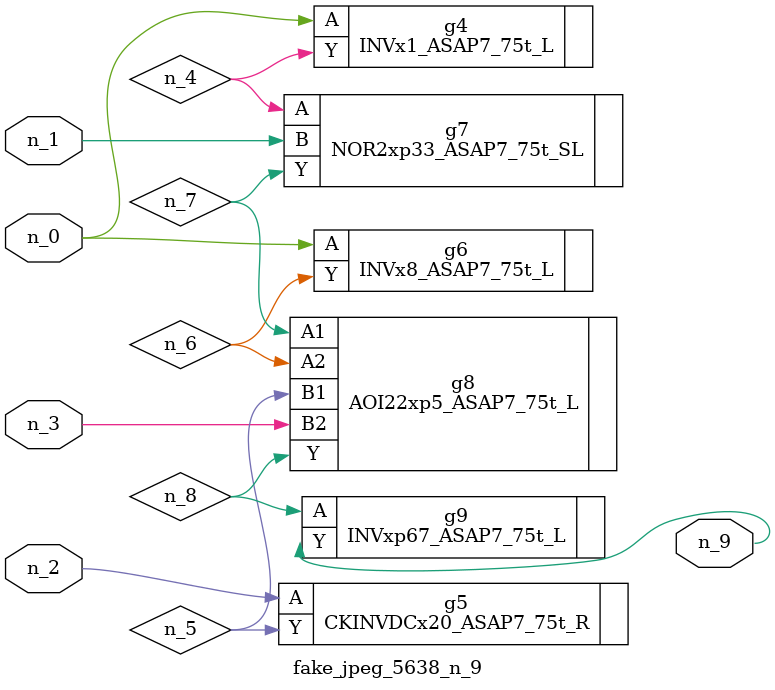
<source format=v>
module fake_jpeg_5638_n_9 (n_0, n_3, n_2, n_1, n_9);

input n_0;
input n_3;
input n_2;
input n_1;

output n_9;

wire n_4;
wire n_8;
wire n_6;
wire n_5;
wire n_7;

INVx1_ASAP7_75t_L g4 ( 
.A(n_0),
.Y(n_4)
);

CKINVDCx20_ASAP7_75t_R g5 ( 
.A(n_2),
.Y(n_5)
);

INVx8_ASAP7_75t_L g6 ( 
.A(n_0),
.Y(n_6)
);

NOR2xp33_ASAP7_75t_SL g7 ( 
.A(n_4),
.B(n_1),
.Y(n_7)
);

AOI22xp5_ASAP7_75t_L g8 ( 
.A1(n_7),
.A2(n_6),
.B1(n_5),
.B2(n_3),
.Y(n_8)
);

INVxp67_ASAP7_75t_L g9 ( 
.A(n_8),
.Y(n_9)
);


endmodule
</source>
